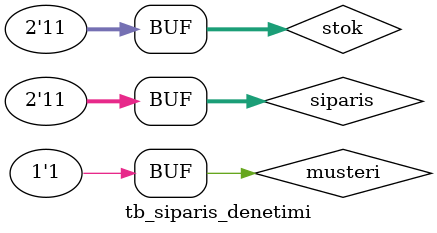
<source format=v>
`timescale 1ns / 1ps


module tb_siparis_denetimi(

    );
    
    reg musteri;
    reg[1:0] siparis,stok;
    wire [1:0] sonuc;
    
    
    siparis_denetimi uut(
    .musteri(musteri),
    .siparis(siparis),
    .stok(stok),
    .sonuc(sonuc)
    ); 
    
    initial begin
    musteri = 1'b0;
    siparis = 2'b00;stok = 2'b00;#10;
    siparis = 2'b01;stok = 2'b00;#10;
    siparis = 2'b10;stok = 2'b00;#10;
    siparis = 2'b11;stok = 2'b00;#10;
    
    siparis = 2'b00;stok = 2'b01;#10;
    siparis = 2'b01;stok = 2'b01;#10;
    siparis = 2'b10;stok = 2'b01;#10;
    siparis = 2'b11;stok = 2'b01;#10;
    
    siparis = 2'b00;stok = 2'b10;#10;
    siparis = 2'b01;stok = 2'b10;#10;
    siparis = 2'b10;stok = 2'b10;#10;
    siparis = 2'b11;stok = 2'b10;#10;
    
    siparis = 2'b00;stok = 2'b11;#10;
    siparis = 2'b01;stok = 2'b11;#10;
    siparis = 2'b10;stok = 2'b11;#10;
    siparis = 2'b11;stok = 2'b11;#10;
    
    musteri = 1'b1;
    siparis = 2'b00;stok = 2'b00;#10;
    siparis = 2'b01;stok = 2'b00;#10;
    siparis = 2'b10;stok = 2'b00;#10;
    siparis = 2'b11;stok = 2'b00;#10;
    
    siparis = 2'b00;stok = 2'b01;#10;
    siparis = 2'b01;stok = 2'b01;#10;
    siparis = 2'b10;stok = 2'b01;#10;
    siparis = 2'b11;stok = 2'b01;#10;
    
    siparis = 2'b00;stok = 2'b10;#10;
    siparis = 2'b01;stok = 2'b10;#10;
    siparis = 2'b10;stok = 2'b10;#10;
    siparis = 2'b11;stok = 2'b10;#10;
    
    siparis = 2'b00;stok = 2'b11;#10;
    siparis = 2'b01;stok = 2'b11;#10;
    siparis = 2'b10;stok = 2'b11;#10;
    siparis = 2'b11;stok = 2'b11;#10;
    
    end
endmodule

</source>
